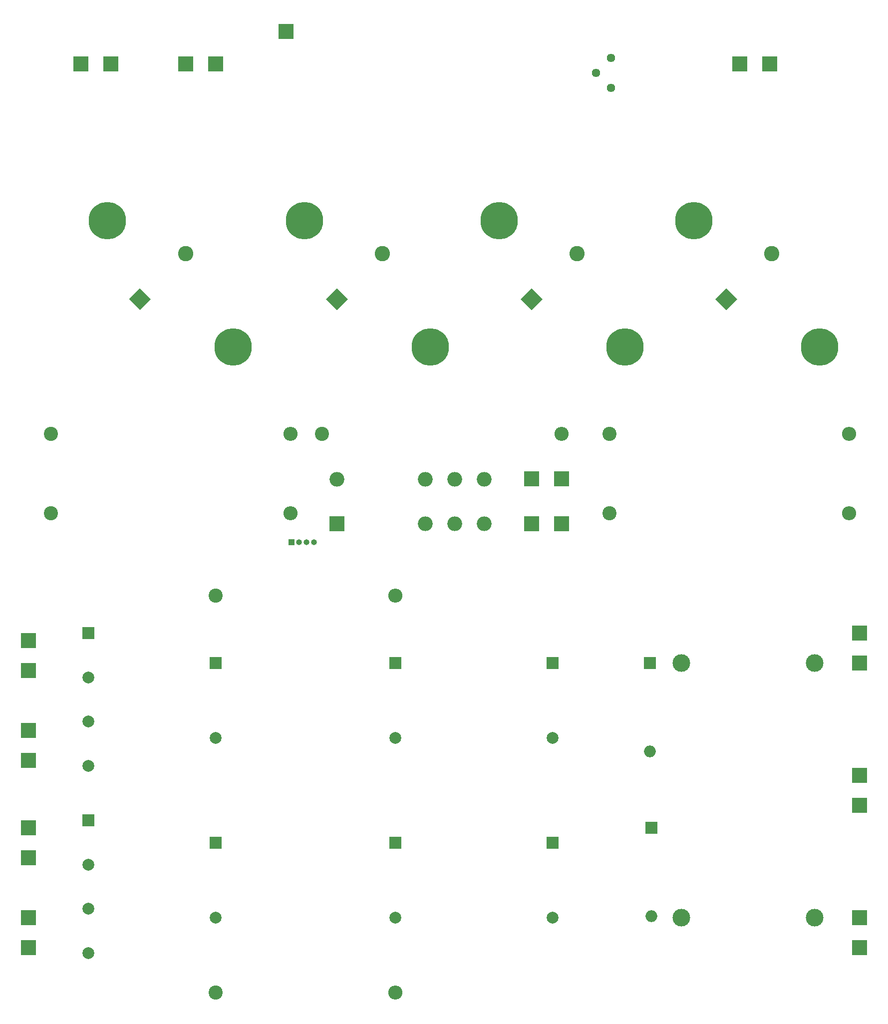
<source format=gbs>
G04 #@! TF.GenerationSoftware,KiCad,Pcbnew,5.1.7-a382d34a8~88~ubuntu18.04.1*
G04 #@! TF.CreationDate,2021-06-01T18:59:40+03:00*
G04 #@! TF.ProjectId,amplifier,616d706c-6966-4696-9572-2e6b69636164,rev?*
G04 #@! TF.SameCoordinates,Original*
G04 #@! TF.FileFunction,Soldermask,Bot*
G04 #@! TF.FilePolarity,Negative*
%FSLAX46Y46*%
G04 Gerber Fmt 4.6, Leading zero omitted, Abs format (unit mm)*
G04 Created by KiCad (PCBNEW 5.1.7-a382d34a8~88~ubuntu18.04.1) date 2021-06-01 18:59:40*
%MOMM*%
%LPD*%
G01*
G04 APERTURE LIST*
%ADD10C,2.000000*%
%ADD11R,2.000000X2.000000*%
%ADD12R,2.500000X2.500000*%
%ADD13O,2.400000X2.400000*%
%ADD14C,2.400000*%
%ADD15C,3.000000*%
%ADD16O,2.000000X2.000000*%
%ADD17C,6.350000*%
%ADD18C,2.600000*%
%ADD19C,0.100000*%
%ADD20C,1.440000*%
%ADD21O,2.500000X2.500000*%
%ADD22R,1.000000X1.000000*%
%ADD23O,1.000000X1.000000*%
G04 APERTURE END LIST*
D10*
X58674000Y-171450000D03*
D11*
X58674000Y-158750000D03*
D12*
X167894000Y-152400000D03*
X167894000Y-147320000D03*
D13*
X89154000Y-184150000D03*
D14*
X58674000Y-184150000D03*
D10*
X115824000Y-171450000D03*
D11*
X115824000Y-158750000D03*
D10*
X115824000Y-140970000D03*
D11*
X115824000Y-128270000D03*
D12*
X167894000Y-123190000D03*
X167894000Y-128270000D03*
X26924000Y-129540000D03*
X26924000Y-124460000D03*
X26924000Y-171450000D03*
X26924000Y-176530000D03*
D15*
X160274000Y-128270000D03*
X137674000Y-128270000D03*
D12*
X167894000Y-171450000D03*
X167894000Y-176530000D03*
D11*
X89154000Y-128270000D03*
D10*
X89154000Y-140970000D03*
D11*
X58674000Y-128270000D03*
D10*
X58674000Y-140970000D03*
X37084000Y-162440000D03*
D11*
X37084000Y-154940000D03*
D10*
X37084000Y-169940000D03*
X37084000Y-177440000D03*
D12*
X26924000Y-144780000D03*
X26924000Y-139700000D03*
X26924000Y-161290000D03*
X26924000Y-156210000D03*
D11*
X132334000Y-128270000D03*
D16*
X132334000Y-143270000D03*
D15*
X137674000Y-171450000D03*
X160274000Y-171450000D03*
D10*
X37084000Y-145690000D03*
X37084000Y-138190000D03*
D11*
X37084000Y-123190000D03*
D10*
X37084000Y-130690000D03*
D14*
X58674000Y-116840000D03*
D13*
X89154000Y-116840000D03*
D16*
X132588000Y-171210000D03*
D11*
X132588000Y-156210000D03*
X89154000Y-158750000D03*
D10*
X89154000Y-171450000D03*
D17*
X128071837Y-74644373D03*
X106717212Y-53289748D03*
D18*
X119989606Y-58826394D03*
D19*
G36*
X110429522Y-66548000D02*
G01*
X112268000Y-64709522D01*
X114106478Y-66548000D01*
X112268000Y-68386478D01*
X110429522Y-66548000D01*
G37*
D17*
X161091837Y-74644373D03*
X139737212Y-53289748D03*
D18*
X153009606Y-58826394D03*
D19*
G36*
X143449522Y-66548000D02*
G01*
X145288000Y-64709522D01*
X147126478Y-66548000D01*
X145288000Y-68386478D01*
X143449522Y-66548000D01*
G37*
G36*
X77409522Y-66548000D02*
G01*
X79248000Y-64709522D01*
X81086478Y-66548000D01*
X79248000Y-68386478D01*
X77409522Y-66548000D01*
G37*
D18*
X86969606Y-58826394D03*
D17*
X73697212Y-53289748D03*
X95051837Y-74644373D03*
D20*
X125730000Y-30734000D03*
X123190000Y-28194000D03*
X125730000Y-25654000D03*
D14*
X125476000Y-102870000D03*
D13*
X166116000Y-102870000D03*
D12*
X79248000Y-104648000D03*
D21*
X94248000Y-104648000D03*
X99248000Y-104648000D03*
X104248000Y-104648000D03*
X104248000Y-97148000D03*
X99248000Y-97148000D03*
X94248000Y-97148000D03*
X79248000Y-97148000D03*
D14*
X30734000Y-89408000D03*
D13*
X71374000Y-89408000D03*
X71374000Y-102870000D03*
D14*
X30734000Y-102870000D03*
D13*
X166116000Y-89408000D03*
D14*
X125476000Y-89408000D03*
D19*
G36*
X43983122Y-66548000D02*
G01*
X45821600Y-64709522D01*
X47660078Y-66548000D01*
X45821600Y-68386478D01*
X43983122Y-66548000D01*
G37*
D18*
X53543206Y-58826394D03*
D17*
X40270812Y-53289748D03*
X61625437Y-74644373D03*
D14*
X76708000Y-89408000D03*
D13*
X117348000Y-89408000D03*
D12*
X112268000Y-97028000D03*
X117348000Y-97028000D03*
X117348000Y-104648000D03*
X112268000Y-104648000D03*
X35814000Y-26670000D03*
X40894000Y-26670000D03*
X53594000Y-26670000D03*
X58674000Y-26670000D03*
X152654000Y-26670000D03*
X147574000Y-26670000D03*
X70612000Y-21178000D03*
D22*
X71564500Y-107823000D03*
D23*
X72834500Y-107823000D03*
X74104500Y-107823000D03*
X75374500Y-107823000D03*
M02*

</source>
